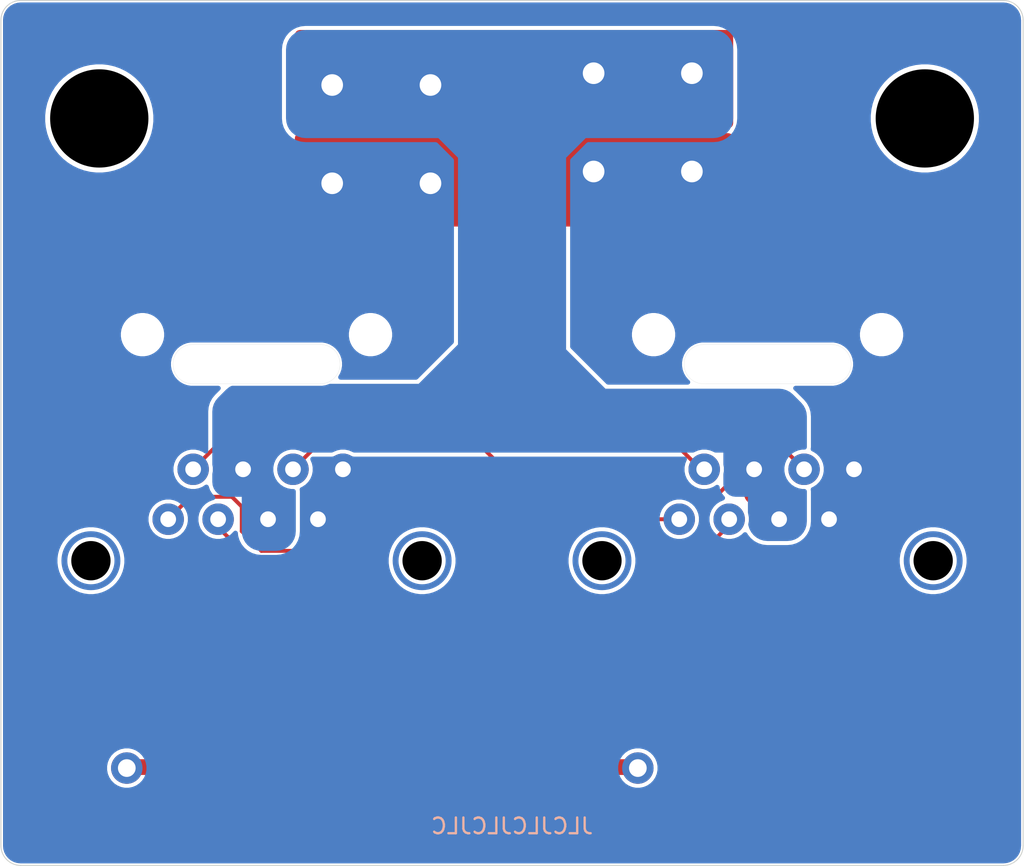
<source format=kicad_pcb>
(kicad_pcb (version 20241229) (generator "pcbnew") (generator_version "9.0")
  (title_block (date "2025-11-17") (rev "2"))
  (layers (0 "F.Cu" signal "Front") (4 "In1.Cu" power) (6 "In2.Cu" power) (2 "B.Cu" signal "Back") (13 "F.Paste" user) (5 "F.SilkS" user "F.Silkscreen") (7 "B.SilkS" user "B.Silkscreen") (1 "F.Mask" user) (3 "B.Mask" user) (25 "Edge.Cuts" user))
  (property "Order-Number" "JLCJLCJLCJLC")
  (net 0 "")
  (net 1 "GND")
  (net 2 "+24V")
  (net 3 "/RX-A")
  (net 4 "/TX-Z")
  (net 5 "/RX-B")
  (net 6 "/TX-Y")
  (net 7 "Shield")
  (footprint "V2_Mechanical:MountingHole_5mm" (layer "F.Cu") (at 122 79)
    (property "Reference" "H101" (hide yes))
    (property "Value" "MountingHole_5mm" (hide yes))
    (pad "" np_thru_hole circle (at 0 0) (size 5 5) (drill 5) (layers "*.Mask"))
  )
  (footprint "V2_Mechanical:MountingHole_5mm" (layer "F.Cu") (at 164 79)
    (property "Reference" "H102" (hide yes))
    (property "Value" "MountingHole_5mm" (hide yes))
    (pad "" np_thru_hole circle (at 0 0) (size 5 5) (drill 5) (layers "*.Mask"))
  )
  (footprint "V2_Connector_WAGO:2601-1101" (layer "F.Cu") (at 150.25 77 90)
    (property "Reference" "J106" (hide yes))
    (property "Value" "WAGO 2601-1101" (hide yes))
    (pad "1" thru_hole circle (at 0.3 -3.1 90) (size 2 2) (drill 1.1) (layers "*.Cu" "*.Mask") (net 2 "+24V"))
    (pad "1" thru_hole circle (at 0.3 1.9 90) (size 2 2) (drill 1.1) (layers "*.Cu" "*.Mask") (net 2 "+24V"))
  )
  (footprint "V2_Artwork:Plus_Small" (layer "F.Cu") (at 125.25 76.75 90)
    (property "Reference" "ICON102" (hide yes))
    (property "Value" "Plus" (hide yes))
    (fp_circle (center 0 0) (end 1 0) (stroke (width 0.15)) (fill no) (layer "F.Cu"))
    (fp_poly (pts (xy -0.1 -0.6) (xy 0.1 -0.6) (xy 0.1 -0.1) (xy 0.6 -0.1) (xy 0.6 0.1) (xy 0.1 0.1) (xy 0.1 0.6) (xy -0.1 0.6) (xy -0.1 0.1) (xy -0.6 0.1) (xy -0.6 -0.1) (xy -0.1 -0.1)) (fill yes) (layer "F.Cu"))
  )
  (footprint "V2_Connector_EtherCon:NE8FAV" (layer "F.Cu") (at 156 101.5)
    (property "Reference" "J102" (hide yes))
    (property "Value" "NE8FAV" (hide yes))
    (fp_circle (center -8.425 0) (end -7.075 0) (stroke (width 0.3)) (fill no) (layer "B.Cu"))
    (fp_circle (center 8.425 0) (end 9.775 0) (stroke (width 0.3)) (fill no) (layer "B.Cu"))
    (fp_line (start -3.25 -11) (end 3.25 -11) (stroke (width 0.01)) (layer "Edge.Cuts"))
    (fp_line (start 3.25 -9) (end -3.25 -9) (stroke (width 0.01)) (layer "Edge.Cuts"))
    (fp_arc (start -4.25 -10) (mid -3.957107 -10.707107) (end -3.25 -11) (stroke (width 0.01)) (layer "Edge.Cuts"))
    (fp_arc (start -3.25 -9) (mid -3.957107 -9.292894) (end -4.25 -10.000002) (stroke (width 0.01)) (layer "Edge.Cuts"))
    (fp_arc (start 3.25 -11) (mid 3.957107 -10.707107) (end 4.25 -10) (stroke (width 0.01)) (layer "Edge.Cuts"))
    (fp_arc (start 4.25 -10) (mid 3.957107 -9.292893) (end 3.25 -9) (stroke (width 0.01)) (layer "Edge.Cuts"))
    (pad "" np_thru_hole circle (at -8.425 0) (size 2 2) (drill 2) (layers "*.Mask"))
    (pad "" np_thru_hole circle (at -5.8 -11.5) (size 1.7 1.7) (drill 1.7) (layers "*.Cu" "*.Mask"))
    (pad "" np_thru_hole circle (at 5.8 -11.5) (size 1.7 1.7) (drill 1.7) (layers "*.Cu" "*.Mask"))
    (pad "" np_thru_hole circle (at 8.425 0) (size 2 2) (drill 2) (layers "*.Mask"))
    (pad "1" thru_hole circle (at -4.493288 -2.11 180) (size 1.6 1.6) (drill 0.8) (layers "*.Cu" "*.Mask") (net 6 "/TX-Y"))
    (pad "2" thru_hole circle (at -3.223288 -4.65 180) (size 1.6 1.6) (drill 0.8) (layers "*.Cu" "*.Mask") (net 4 "/TX-Z"))
    (pad "3" thru_hole circle (at -1.953288 -2.11 180) (size 1.6 1.6) (drill 0.8) (layers "*.Cu" "*.Mask") (net 3 "/RX-A"))
    (pad "4" thru_hole circle (at -0.683288 -4.65 180) (size 1.6 1.6) (drill 0.8) (layers "*.Cu" "*.Mask") (net 2 "+24V"))
    (pad "5" thru_hole circle (at 0.586712 -2.11 180) (size 1.6 1.6) (drill 0.8) (layers "*.Cu" "*.Mask") (net 2 "+24V"))
    (pad "6" thru_hole circle (at 1.856712 -4.65 180) (size 1.6 1.6) (drill 0.8) (layers "*.Cu" "*.Mask") (net 5 "/RX-B"))
    (pad "7" thru_hole circle (at 3.126712 -2.11 180) (size 1.6 1.6) (drill 0.8) (layers "*.Cu" "*.Mask") (net 1 "GND"))
    (pad "8" thru_hole circle (at 4.396712 -4.65 180) (size 1.6 1.6) (drill 0.8) (layers "*.Cu" "*.Mask") (net 1 "GND"))
    (pad "S" thru_hole circle (at -6.6 10.55 180) (size 1.6 1.6) (drill 0.9) (layers "*.Cu" "*.Mask") (net 7 "Shield"))
  )
  (footprint "V2_Connector_WAGO:2601-1101" (layer "F.Cu") (at 150.25 82 90)
    (property "Reference" "J105" (hide yes))
    (property "Value" "WAGO 2601-1101" (hide yes))
    (pad "1" thru_hole circle (at 0.3 -3.1 90) (size 2 2) (drill 1.1) (layers "*.Cu" "*.Mask") (net 1 "GND"))
    (pad "1" thru_hole circle (at 0.3 1.9 90) (size 2 2) (drill 1.1) (layers "*.Cu" "*.Mask") (net 1 "GND"))
  )
  (footprint "V2_Connector_EtherCon:NE8FAV" (layer "F.Cu") (at 130 101.5)
    (property "Reference" "J101" (hide yes))
    (property "Value" "NE8FAV" (hide yes))
    (fp_circle (center -8.425 0) (end -7.075 0) (stroke (width 0.3)) (fill no) (layer "B.Cu"))
    (fp_circle (center 8.425 0) (end 9.775 0) (stroke (width 0.3)) (fill no) (layer "B.Cu"))
    (fp_line (start -3.25 -11) (end 3.25 -11) (stroke (width 0.01)) (layer "Edge.Cuts"))
    (fp_line (start 3.25 -9) (end -3.25 -9) (stroke (width 0.01)) (layer "Edge.Cuts"))
    (fp_arc (start -4.25 -10) (mid -3.957107 -10.707107) (end -3.25 -11) (stroke (width 0.01)) (layer "Edge.Cuts"))
    (fp_arc (start -3.25 -9) (mid -3.957107 -9.292894) (end -4.25 -10.000002) (stroke (width 0.01)) (layer "Edge.Cuts"))
    (fp_arc (start 3.25 -11) (mid 3.957107 -10.707107) (end 4.25 -10) (stroke (width 0.01)) (layer "Edge.Cuts"))
    (fp_arc (start 4.25 -10) (mid 3.957107 -9.292893) (end 3.25 -9) (stroke (width 0.01)) (layer "Edge.Cuts"))
    (pad "" np_thru_hole circle (at -8.425 0) (size 2 2) (drill 2) (layers "*.Mask"))
    (pad "" np_thru_hole circle (at -5.8 -11.5) (size 1.7 1.7) (drill 1.7) (layers "*.Cu" "*.Mask"))
    (pad "" np_thru_hole circle (at 5.8 -11.5) (size 1.7 1.7) (drill 1.7) (layers "*.Cu" "*.Mask"))
    (pad "" np_thru_hole circle (at 8.425 0) (size 2 2) (drill 2) (layers "*.Mask"))
    (pad "1" thru_hole circle (at -4.493288 -2.11 180) (size 1.6 1.6) (drill 0.8) (layers "*.Cu" "*.Mask") (net 6 "/TX-Y"))
    (pad "2" thru_hole circle (at -3.223288 -4.65 180) (size 1.6 1.6) (drill 0.8) (layers "*.Cu" "*.Mask") (net 4 "/TX-Z"))
    (pad "3" thru_hole circle (at -1.953288 -2.11 180) (size 1.6 1.6) (drill 0.8) (layers "*.Cu" "*.Mask") (net 3 "/RX-A"))
    (pad "4" thru_hole circle (at -0.683288 -4.65 180) (size 1.6 1.6) (drill 0.8) (layers "*.Cu" "*.Mask") (net 2 "+24V"))
    (pad "5" thru_hole circle (at 0.586712 -2.11 180) (size 1.6 1.6) (drill 0.8) (layers "*.Cu" "*.Mask") (net 2 "+24V"))
    (pad "6" thru_hole circle (at 1.856712 -4.65 180) (size 1.6 1.6) (drill 0.8) (layers "*.Cu" "*.Mask") (net 5 "/RX-B"))
    (pad "7" thru_hole circle (at 3.126712 -2.11 180) (size 1.6 1.6) (drill 0.8) (layers "*.Cu" "*.Mask") (net 1 "GND"))
    (pad "8" thru_hole circle (at 4.396712 -4.65 180) (size 1.6 1.6) (drill 0.8) (layers "*.Cu" "*.Mask") (net 1 "GND"))
    (pad "S" thru_hole circle (at -6.6 10.55 180) (size 1.6 1.6) (drill 0.9) (layers "*.Cu" "*.Mask") (net 7 "Shield"))
  )
  (footprint "V2_Connector_WAGO:2601-1101" (layer "F.Cu") (at 135.75 82 -90)
    (property "Reference" "J103" (hide yes))
    (property "Value" "WAGO 2601-1101" (hide yes))
    (pad "1" thru_hole circle (at 0.3 -3.1 270) (size 2 2) (drill 1.1) (layers "*.Cu" "*.Mask") (net 1 "GND"))
    (pad "1" thru_hole circle (at 0.3 1.9 270) (size 2 2) (drill 1.1) (layers "*.Cu" "*.Mask") (net 1 "GND"))
  )
  (footprint "V2_Connector_WAGO:2601-1101" (layer "F.Cu") (at 135.75 77 -90)
    (property "Reference" "J104" (hide yes))
    (property "Value" "WAGO 2601-1101" (hide yes))
    (pad "1" thru_hole circle (at 0.3 -3.1 270) (size 2 2) (drill 1.1) (layers "*.Cu" "*.Mask") (net 2 "+24V"))
    (pad "1" thru_hole circle (at 0.3 1.9 270) (size 2 2) (drill 1.1) (layers "*.Cu" "*.Mask") (net 2 "+24V"))
  )
  (footprint "V2_Artwork:Logo_Small" (layer "F.Cu") (at 164 85)
    (property "Reference" "ICON101" (hide yes))
    (property "Value" "V2-logo" (hide yes))
    (fp_poly (pts (xy 2.006758 1.750057) (xy -2.003742 1.750057) (xy -2.003742 0.089057) (xy -1.676242 0.089057) (xy -1.676242 1.422557) (xy 1.679258 1.422557) (xy 1.679258 -1.424943) (xy -2.003742 -1.424943) (xy -2.003742 -1.752443) (xy 2.006758 -1.752443)) (fill yes) (layer "F.Cu"))
    (fp_poly (pts (xy -1.520919 -1.190765) (xy -0.987877 0.632379) (xy -0.96229 0.63477) (xy -0.429473 -1.187605) (xy -0.397658 -1.28383) (xy -0.093581 -1.28383) (xy 0.011405 -1.282303) (xy -0.821464 1.300873) (xy -0.922973 1.304044) (xy -1.126979 1.304044) (xy -1.959811 -1.279026) (xy -1.859182 -1.28383) (xy -1.55515 -1.28383)) (fill yes) (layer "F.Cu"))
    (fp_poly (pts (xy 0.959179 -1.296323) (xy 1.057102 -1.27333) (xy 1.15069 -1.236367) (xy 1.237701 -1.18584) (xy 1.316459 -1.12329) (xy 1.386544 -1.051192) (xy 1.4473 -0.971068) (xy 1.496526 -0.883341) (xy 1.532676 -0.789459) (xy 1.555226 -0.691443) (xy 1.564714 -0.591354) (xy 1.562302 -0.490861) (xy 1.547686 -0.391375) (xy 1.519699 -0.294757) (xy 1.477977 -0.203204) (xy 1.423428 -0.118825) (xy 0.62811 0.902367) (xy 0.666211 0.926016) (xy 1.464718 0.926016) (xy 1.565211 0.930611) (xy 1.565211 1.236646) (xy 1.526846 1.304028) (xy 0.119258 1.304044) (xy 0.119258 0.998218) (xy 0.152529 0.907926) (xy 1.075862 -0.274673) (xy 1.135011 -0.354575) (xy 1.177602 -0.443372) (xy 1.194922 -0.540328) (xy 1.188525 -0.63852) (xy 1.156173 -0.731429) (xy 1.102154 -0.813814) (xy 1.029408 -0.879553) (xy 0.93915 -0.917434) (xy 0.841313 -0.926822) (xy 0.744269 -0.911115) (xy 0.655699 -0.868697) (xy 0.582012 -0.803671) (xy 0.529159 -0.720807) (xy 0.499075 -0.625849) (xy 0.458111 -0.553721) (xy 0.151905 -0.553721) (xy 0.122138 -0.626978) (xy 0.136522 -0.727544) (xy 0.163539 -0.824426) (xy 0.203793 -0.916615) (xy 0.256664 -1.002191) (xy 0.320597 -1.07979) (xy 0.393413 -1.149125) (xy 0.474729 -1.208346) (xy 0.563921 -1.254958) (xy 0.65936 -1.286951) (xy 0.758577 -1.303726) (xy 0.859118 -1.306199)) (fill yes) (layer "F.Cu"))
    (zone (net 0) (net_name "") (layer "F.Cu") (connect_pads (clearance 0)) (min_thickness 0.254)
      (keepout (tracks not_allowed) (vias not_allowed) (pads not_allowed) (copperpour not_allowed) (footprints allowed))
      (fill (thermal_gap 0.508) (thermal_bridge_width 0.508))
      (polygon (pts (xy 161.7 87) (xy 166.3 87) (xy 166.3 82.995) (xy 161.7 82.995) (xy 161.7 83.6) (xy 162.1 84.8) (xy 161.7 84.8)))
    )
  )
  (footprint "V2_Artwork:Plus_Small" (layer "F.Cu") (at 160.75 76.75)
    (property "Reference" "ICON103" (hide yes))
    (property "Value" "Plus" (hide yes))
    (fp_circle (center 0 0) (end 1 0) (stroke (width 0.15)) (fill no) (layer "F.Cu"))
    (fp_poly (pts (xy -0.1 -0.6) (xy 0.1 -0.6) (xy 0.1 -0.1) (xy 0.6 -0.1) (xy 0.6 0.1) (xy 0.1 0.1) (xy 0.1 0.6) (xy -0.1 0.6) (xy -0.1 0.1) (xy -0.6 0.1) (xy -0.6 -0.1) (xy -0.1 -0.1)) (fill yes) (layer "F.Cu"))
  )
  (footprint "V2_Production:Order_Number" (layer "B.Cu") (at 143 115 180)
    (property "Reference" "INFO101" (hide yes))
    (property "Value" "Order_Number" (hide yes))
    (fp_text user "${Order-Number}" (at 0 0 0) (layer "B.SilkS") (effects (font (size 0.8 0.8) (thickness 0.12)) (justify mirror)))
  )
  (gr_line (start 117 74) (end 117 116) (stroke (width 0.05)) (layer "Edge.Cuts"))
  (gr_line (start 118 73) (end 168 73) (stroke (width 0.05)) (layer "Edge.Cuts"))
  (gr_line (start 169 74) (end 169 116) (stroke (width 0.05)) (layer "Edge.Cuts"))
  (gr_arc (start 118 117) (mid 117.292893 116.707107) (end 117 116) (stroke (width 0.05)) (layer "Edge.Cuts"))
  (gr_arc (start 169 116) (mid 168.707107 116.707107) (end 168 117) (stroke (width 0.05)) (layer "Edge.Cuts"))
  (gr_arc (start 117 74) (mid 117.292893 73.292893) (end 118 73) (stroke (width 0.05)) (layer "Edge.Cuts"))
  (gr_arc (start 168 73) (mid 168.707107 73.292893) (end 169 74) (stroke (width 0.05)) (layer "Edge.Cuts"))
  (gr_line (start 118 117) (end 168 117) (stroke (width 0.05)) (layer "Edge.Cuts"))
  (segment (start 160.396712 96.85) (end 160.396712 98.12) (width 1) (layer "F.Cu") (net 1))
  (segment (start 134.396712 98.12) (end 133.126712 99.39) (width 1) (layer "F.Cu") (net 1))
  (segment (start 160.396712 98.12) (end 159.126712 99.39) (width 1) (layer "F.Cu") (net 1))
  (segment (start 134.396712 96.85) (end 134.396712 98.12) (width 1) (layer "F.Cu") (net 1))
  (segment (start 130.586712 98.12) (end 129.316712 96.85) (width 1) (layer "F.Cu") (net 2))
  (segment (start 155.316712 98.12) (end 156.586712 99.39) (width 1) (layer "F.Cu") (net 2))
  (segment (start 130.586712 99.39) (end 130.586712 98.12) (width 1) (layer "F.Cu") (net 2))
  (segment (start 155.316712 96.85) (end 155.316712 98.12) (width 1) (layer "F.Cu") (net 2))
  (segment (start 154.071156 99.664659) (end 154.071156 99.355404) (width 0.2) (layer "F.Cu") (net 3))
  (segment (start 150.235815 103.5) (end 154.071156 99.664659) (width 0.2) (layer "F.Cu") (net 3))
  (segment (start 128.046712 99.796712) (end 131.75 103.5) (width 0.2) (layer "F.Cu") (net 3))
  (segment (start 131.75 103.5) (end 150.235815 103.5) (width 0.2) (layer "F.Cu") (net 3))
  (segment (start 128.046712 99.39) (end 128.046712 99.796712) (width 0.2) (layer "F.Cu") (net 3))
  (segment (start 128.071156 99.355404) (end 128.024444 99.402116) (width 0.2) (layer "B.Cu") (net 3))
  (segment (start 152.565404 96.815404) (end 152.801156 96.815404) (width 0.2) (layer "F.Cu") (net 4))
  (segment (start 126.801156 96.815404) (end 129.11656 94.5) (width 0.2) (layer "F.Cu") (net 4))
  (segment (start 129.11656 94.5) (end 150.25 94.5) (width 0.2) (layer "F.Cu") (net 4))
  (segment (start 150.25 94.5) (end 152.565404 96.815404) (width 0.2) (layer "F.Cu") (net 4))
  (segment (start 143.95 98.2) (end 153.4 98.2) (width 0.2) (layer "F.Cu") (net 5))
  (segment (start 133.206712 95.5) (end 141.25 95.5) (width 0.2) (layer "F.Cu") (net 5))
  (segment (start 141.25 95.5) (end 143.95 98.2) (width 0.2) (layer "F.Cu") (net 5))
  (segment (start 156.606712 95.6) (end 157.856712 96.85) (width 0.2) (layer "F.Cu") (net 5))
  (segment (start 153.4 98.2) (end 154 97.6) (width 0.2) (layer "F.Cu") (net 5))
  (segment (start 154.8 95.6) (end 156.606712 95.6) (width 0.2) (layer "F.Cu") (net 5))
  (segment (start 131.856712 96.85) (end 133.206712 95.5) (width 0.2) (layer "F.Cu") (net 5))
  (segment (start 154 96.4) (end 154.8 95.6) (width 0.2) (layer "F.Cu") (net 5))
  (segment (start 154 97.6) (end 154 96.4) (width 0.2) (layer "F.Cu") (net 5))
  (segment (start 131.856712 97.106712) (end 131.856712 96.85) (width 0.2) (layer "F.Cu") (net 5))
  (segment (start 131.920412 96.815404) (end 131.881156 96.815404) (width 0.2) (layer "B.Cu") (net 5))
  (segment (start 126.646712 98.25) (end 128.75 98.25) (width 0.2) (layer "F.Cu") (net 6))
  (segment (start 134 101) (end 135.61 99.39) (width 0.2) (layer "F.Cu") (net 6))
  (segment (start 135.61 99.39) (end 151.506712 99.39) (width 0.2) (layer "F.Cu") (net 6))
  (segment (start 130.25 101) (end 134 101) (width 0.2) (layer "F.Cu") (net 6))
  (segment (start 151.506712 99.743288) (end 151.506712 99.39) (width 0.2) (layer "F.Cu") (net 6))
  (segment (start 125.506712 99.39) (end 126.646712 98.25) (width 0.2) (layer "F.Cu") (net 6))
  (segment (start 129.25 98.75) (end 129.25 100) (width 0.2) (layer "F.Cu") (net 6))
  (segment (start 128.75 98.25) (end 129.25 98.75) (width 0.2) (layer "F.Cu") (net 6))
  (segment (start 129.25 100) (end 130.25 101) (width 0.2) (layer "F.Cu") (net 6))
  (segment (start 123.5 112) (end 149.5 112) (width 0.8) (layer "F.Cu") (net 7))
  (zone (net 1) (net_name "GND") (layer "F.Cu") (priority 1) (connect_pads yes (clearance 0.2)) (min_thickness 0.25) (fill yes (thermal_gap 0.5) (thermal_bridge_width 0.5) (smoothing fillet) (radius 0.25))
    (polygon (pts (xy 131.95 79.75) (xy 154.25 79.75) (xy 154.25 84.5) (xy 131.95 84.5)))
  )
  (zone (net 2) (net_name "+24V") (layers "F.Cu" "In1.Cu" "In2.Cu") (priority 1) (connect_pads yes (clearance 0.2)) (min_thickness 0.25) (fill yes (thermal_gap 0.5) (thermal_bridge_width 0.5) (smoothing fillet) (radius 0.25))
    (polygon (pts (xy 131.95 74.5) (xy 154.25 74.5) (xy 154.25 79.5) (xy 131.95 79.5)))
  )
  (zone (net 2) (net_name "+24V") (layer "B.Cu") (priority 1) (connect_pads yes (clearance 0.2)) (min_thickness 0.25) (fill yes (thermal_gap 0.5) (thermal_bridge_width 0.5) (smoothing fillet) (radius 1))
    (polygon (pts (xy 154.25 80) (xy 146.75 80) (xy 145.75 81) (xy 145.75 90.75) (xy 147.75 92.75) (xy 157 92.75) (xy 158 93.75) (xy 158 100.5) (xy 155 100.5) (xy 155 98.25) (xy 153.75 98.25) (xy 153.75 96) (xy 132 96) (xy 132 101) (xy 129.25 101) (xy 129.25 98.25) (xy 127.75 98.25) (xy 127.75 93.5) (xy 128.75 92.5) (xy 138.25 92.5) (xy 140.25 90.5) (xy 140.25 81) (xy 139.25 80) (xy 131.5 80) (xy 131.5 74.5) (xy 154.25 74.5)))
  )
  (zone (net 1) (net_name "GND") (layers "B.Cu" "In1.Cu" "In2.Cu") (connect_pads yes (clearance 0.2)) (min_thickness 0.25) (fill yes (thermal_gap 0.5) (thermal_bridge_width 0.5) (smoothing fillet) (radius 1))
    (polygon (pts (xy 169 73) (xy 117 73) (xy 117 117) (xy 169 117)))
  )
)
</source>
